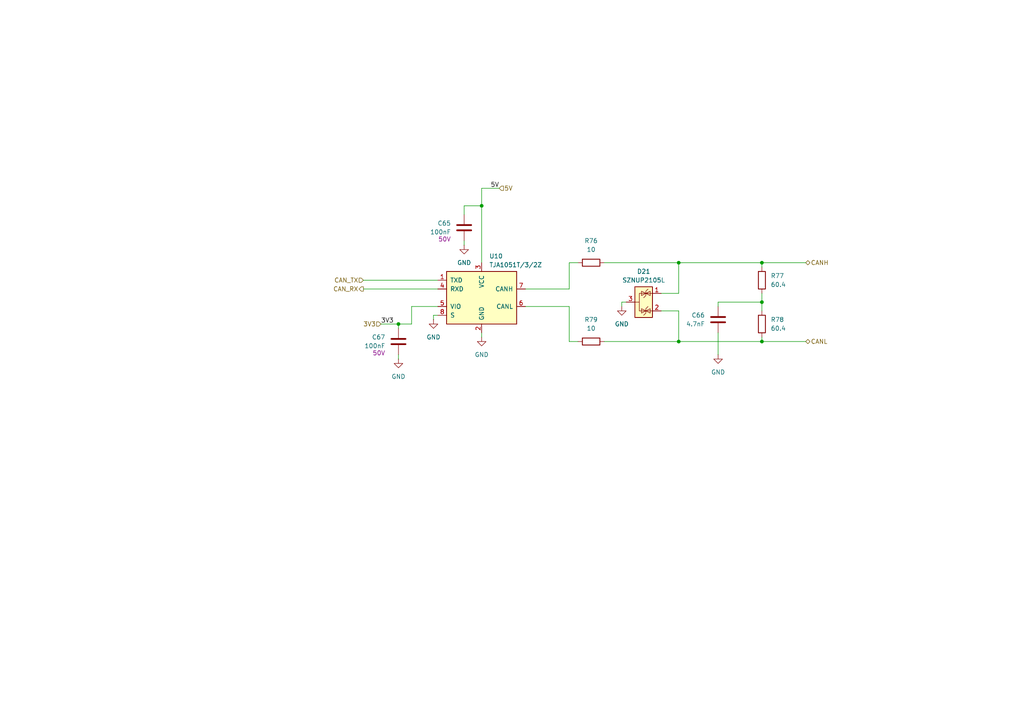
<source format=kicad_sch>
(kicad_sch (version 20231120) (generator "eeschema") (generator_version "8.0")
  (paper "A4")
  (lib_symbols
    (symbol "Device:C" (pin_numbers hide) (pin_names (offset 0.254))
      (property "Reference" "C" (at 0.635 2.54 0))
      (property "Value" "C" (at 0.635 -2.54 0))
      (symbol "C_0_1"
        (polyline (pts (xy -2.032 -0.762) (xy 2.032 -0.762)) (stroke (width 0.508)))
        (polyline (pts (xy -2.032 0.762) (xy 2.032 0.762)) (stroke (width 0.508)))
      )
      (symbol "C_1_1"
        (pin passive line (at 0 3.81 270) (length 2.794) (name "~") (number "1"))
        (pin passive line (at 0 -3.81 90) (length 2.794) (name "~") (number "2"))
      )
    )
    (symbol "Device:R" (pin_numbers hide) (pin_names (offset 0))
      (property "Reference" "R" (at 2.032 0 90))
      (property "Value" "R" (at 0 0 90))
      (symbol "R_0_1"
        (rectangle (start -1.016 -2.54) (end 1.016 2.54) (stroke (width 0.254)))
      )
      (symbol "R_1_1"
        (pin passive line (at 0 3.81 270) (length 1.27) (name "~") (number "1"))
        (pin passive line (at 0 -3.81 90) (length 1.27) (name "~") (number "2"))
      )
    )
    (symbol "Interface_CAN_LIN:TJA1051T-3" (pin_names (offset 1.016))
      (property "Reference" "U" (at -10.16 8.89 0))
      (property "Value" "TJA1051T-3" (at 1.27 8.89 0))
      (symbol "TJA1051T-3_0_1"
        (rectangle (start -10.16 7.62) (end 10.16 -7.62) (stroke (width 0.254)) (fill (type background)))
      )
      (symbol "TJA1051T-3_1_1"
        (pin input line (at -12.7 5.08 0) (length 2.54) (name "TXD") (number "1"))
        (pin power_in line (at 0 -10.16 90) (length 2.54) (name "GND") (number "2"))
        (pin power_in line (at 0 10.16 270) (length 2.54) (name "VCC") (number "3"))
        (pin output line (at -12.7 2.54 0) (length 2.54) (name "RXD") (number "4"))
        (pin power_in line (at -12.7 -2.54 0) (length 2.54) (name "VIO") (number "5"))
        (pin bidirectional line (at 12.7 -2.54 180) (length 2.54) (name "CANL") (number "6"))
        (pin bidirectional line (at 12.7 2.54 180) (length 2.54) (name "CANH") (number "7"))
        (pin input line (at -12.7 -5.08 0) (length 2.54) (name "S") (number "8"))
      )
    )
    (symbol "Power_Protection:SZNUP2105L" (pin_names hide)
      (property "Reference" "D" (at 5.715 2.54 0))
      (property "Value" "SZNUP2105L" (at 5.715 0.635 0))
      (symbol "SZNUP2105L_0_0"
        (pin passive line (at 0 -5.08 90) (length 2.54) (name "A") (number "3"))
      )
      (symbol "SZNUP2105L_0_1"
        (rectangle (start -4.445 2.54) (end 4.445 -2.54) (stroke (width 0.254)) (fill (type background)))
        (polyline (pts (xy -2.54 2.54) (xy -2.54 0.635)))
        (polyline (pts (xy 0 -1.27) (xy 0 -2.54)))
        (polyline (pts (xy 2.54 2.54) (xy 2.54 0.635)))
        (polyline (pts (xy -3.81 1.27) (xy -3.175 0.635) (xy -1.905 0.635) (xy -1.27 0)))
        (polyline (pts (xy -2.54 0.635) (xy -2.54 -1.27) (xy 2.54 -1.27) (xy 2.54 0.635)))
        (polyline (pts (xy -2.54 0.635) (xy -1.905 -0.635) (xy -3.175 -0.635) (xy -2.54 0.635)))
        (polyline (pts (xy 2.54 0.635) (xy 1.905 -0.635) (xy 3.175 -0.635) (xy 2.54 0.635)))
        (polyline (pts (xy 2.54 0.635) (xy 3.175 1.905) (xy 1.905 1.905) (xy 2.54 0.635)))
        (polyline (pts (xy -2.54 0.635) (xy -3.175 1.905) (xy -1.905 1.905) (xy -2.54 0.635) (xy -2.54 1.27)))
        (polyline (pts (xy 1.27 1.27) (xy 1.905 0.635) (xy 2.54 0.635) (xy 3.175 0.635) (xy 3.81 0)))
      )
      (symbol "SZNUP2105L_1_1"
        (pin passive line (at -2.54 5.08 270) (length 2.54) (name "K") (number "1"))
        (pin passive line (at 2.54 5.08 270) (length 2.54) (name "K") (number "2"))
      )
    )
    (symbol "power:GND" (power) (pin_numbers hide) (pin_names (offset 0) hide)
      (property "Value" "GND" (at 0 -3.81 0))
      (symbol "GND_0_1"
        (polyline (pts (xy 0 0) (xy 0 -1.27) (xy 1.27 -1.27) (xy 0 -2.54) (xy -1.27 -1.27) (xy 0 -1.27)))
      )
      (symbol "GND_1_1"
        (pin power_in line (at 0 0 270) (length 0) (name "~") (number "1"))
      )
    )
  )
  (junction (at 220.98 76.2))
  (junction (at 196.85 99.06))
  (junction (at 196.85 76.2))
  (junction (at 139.7 59.69))
  (junction (at 220.98 99.06))
  (junction (at 115.57 93.98))
  (junction (at 220.98 87.63))
  (wire (pts (xy 119.38 93.98) (xy 119.38 88.9)))
  (wire (pts (xy 139.7 59.69) (xy 139.7 76.2)))
  (wire (pts (xy 220.98 99.06) (xy 233.68 99.06)))
  (wire (pts (xy 119.38 88.9) (xy 127 88.9)))
  (wire (pts (xy 134.62 62.23) (xy 134.62 59.69)))
  (wire (pts (xy 125.73 91.44) (xy 127 91.44)))
  (wire (pts (xy 220.98 87.63) (xy 220.98 90.17)))
  (wire (pts (xy 220.98 85.09) (xy 220.98 87.63)))
  (wire (pts (xy 139.7 54.61) (xy 144.78 54.61)))
  (wire (pts (xy 165.1 88.9) (xy 165.1 99.06)))
  (wire (pts (xy 196.85 90.17) (xy 196.85 99.06)))
  (wire (pts (xy 115.57 102.87) (xy 115.57 104.14)))
  (wire (pts (xy 165.1 99.06) (xy 167.64 99.06)))
  (wire (pts (xy 175.26 76.2) (xy 196.85 76.2)))
  (wire (pts (xy 134.62 69.85) (xy 134.62 71.12)))
  (wire (pts (xy 152.4 83.82) (xy 165.1 83.82)))
  (wire (pts (xy 208.28 87.63) (xy 208.28 88.9)))
  (wire (pts (xy 105.41 81.28) (xy 127 81.28)))
  (wire (pts (xy 191.77 85.09) (xy 196.85 85.09)))
  (wire (pts (xy 196.85 99.06) (xy 220.98 99.06)))
  (wire (pts (xy 191.77 90.17) (xy 196.85 90.17)))
  (wire (pts (xy 115.57 93.98) (xy 115.57 95.25)))
  (wire (pts (xy 220.98 97.79) (xy 220.98 99.06)))
  (wire (pts (xy 125.73 91.44) (xy 125.73 92.71)))
  (wire (pts (xy 152.4 88.9) (xy 165.1 88.9)))
  (wire (pts (xy 220.98 76.2) (xy 233.68 76.2)))
  (wire (pts (xy 180.34 87.63) (xy 180.34 88.9)))
  (wire (pts (xy 180.34 87.63) (xy 181.61 87.63)))
  (wire (pts (xy 196.85 85.09) (xy 196.85 76.2)))
  (wire (pts (xy 105.41 83.82) (xy 127 83.82)))
  (wire (pts (xy 220.98 76.2) (xy 220.98 77.47)))
  (wire (pts (xy 134.62 59.69) (xy 139.7 59.69)))
  (wire (pts (xy 115.57 93.98) (xy 119.38 93.98)))
  (wire (pts (xy 175.26 99.06) (xy 196.85 99.06)))
  (wire (pts (xy 165.1 83.82) (xy 165.1 76.2)))
  (wire (pts (xy 165.1 76.2) (xy 167.64 76.2)))
  (wire (pts (xy 110.49 93.98) (xy 115.57 93.98)))
  (wire (pts (xy 208.28 96.52) (xy 208.28 102.87)))
  (wire (pts (xy 139.7 54.61) (xy 139.7 59.69)))
  (wire (pts (xy 196.85 76.2) (xy 220.98 76.2)))
  (wire (pts (xy 208.28 87.63) (xy 220.98 87.63)))
  (wire (pts (xy 139.7 96.52) (xy 139.7 97.79)))
  (label "3V3" (at 110.49 93.98 0))
  (label "5V" (at 144.78 54.61 180))
  (hierarchical_label "CAN_TX" (shape input) (at 105.41 81.28 180))
  (hierarchical_label "3V3" (shape input) (at 110.49 93.98 180))
  (hierarchical_label "CANH" (shape bidirectional) (at 233.68 76.2 0))
  (hierarchical_label "CAN_RX" (shape output) (at 105.41 83.82 180))
  (hierarchical_label "CANL" (shape bidirectional) (at 233.68 99.06 0))
  (hierarchical_label "5V" (shape input) (at 144.78 54.61 0))
  (symbol (lib_id "Device:R") (at 171.45 99.06 90) (unit 1)
    (property "Reference" "R79" (at 171.45 92.71 90))
    (property "Value" "10" (at 171.45 95.25 90))
    (property "Footprint" "Resistor_SMD:R_0402_1005Metric" (effects (hide yes)))
    (property "MPN" "AC0402FR-0710RL" (effects (hide yes)))
  )
  (symbol (lib_id "Device:R") (at 171.45 76.2 90) (unit 1)
    (property "Reference" "R76" (at 171.45 69.85 90))
    (property "Value" "10" (at 171.45 72.39 90))
    (property "Footprint" "Resistor_SMD:R_0402_1005Metric" (effects (hide yes)))
    (property "MPN" "AC0402FR-0710RL" (effects (hide yes)))
  )
  (symbol (lib_id "power:GND") (at 134.62 71.12 0) (unit 1)
    (property "Reference" "#PWR0108" (effects (hide yes)))
    (property "Value" "GND" (at 134.62 76.2 0))
    (property "Description" "Power symbol creates a global label with name \"GND\" , ground" (effects (hide yes)))
  )
  (symbol (lib_id "power:GND") (at 125.73 92.71 0) (unit 1)
    (property "Reference" "#PWR0110" (effects (hide yes)))
    (property "Value" "GND" (at 125.73 97.79 0))
    (property "Description" "Power symbol creates a global label with name \"GND\" , ground" (effects (hide yes)))
  )
  (symbol (lib_id "Device:C") (at 208.28 92.71 0) (mirror y) (unit 1)
    (property "Reference" "C66" (at 204.47 91.44 0) (effects (justify left)))
    (property "Value" "4.7nF" (at 204.47 93.98 0) (effects (justify left)))
    (property "Footprint" "Capacitor_SMD:C_0402_1005Metric" (effects (hide yes)))
    (property "MPN" "GCM155R71H472KA37J" (effects (hide yes)))
  )
  (symbol (lib_id "power:GND") (at 208.28 102.87 0) (unit 1)
    (property "Reference" "#PWR0112" (effects (hide yes)))
    (property "Value" "GND" (at 208.28 107.95 0))
    (property "Description" "Power symbol creates a global label with name \"GND\" , ground" (effects (hide yes)))
  )
  (symbol (lib_id "Device:R") (at 220.98 81.28 0) (unit 1)
    (property "Reference" "R77" (at 223.52 80.01 0) (effects (justify left)))
    (property "Value" "60.4" (at 223.52 82.55 0) (effects (justify left)))
    (property "Footprint" "Resistor_SMD:R_0805_2012Metric" (effects (hide yes)))
    (property "MPN" "AC0805FR-0760R4L" (effects (hide yes)))
  )
  (symbol (lib_id "Device:C") (at 134.62 66.04 0) (mirror y) (unit 1)
    (property "Reference" "C65" (at 130.81 64.77 0) (effects (justify left)))
    (property "Value" "100nF" (at 130.81 67.31 0) (effects (justify left)))
    (property "Footprint" "Capacitor_SMD:C_0402_1005Metric" (effects (hide yes)))
    (property "Napięcie" "50V" (at 128.943 69.3685 0))
    (property "MPN" "CL05B104KB54PNC" (effects (hide yes)))
  )
  (symbol (lib_id "power:GND") (at 139.7 97.79 0) (unit 1)
    (property "Reference" "#PWR0111" (effects (hide yes)))
    (property "Value" "GND" (at 139.7 102.87 0))
    (property "Description" "Power symbol creates a global label with name \"GND\" , ground" (effects (hide yes)))
  )
  (symbol (lib_id "Device:C") (at 115.57 99.06 0) (mirror y) (unit 1)
    (property "Reference" "C67" (at 111.76 97.79 0) (effects (justify left)))
    (property "Value" "100nF" (at 111.76 100.33 0) (effects (justify left)))
    (property "Footprint" "Capacitor_SMD:C_0402_1005Metric" (effects (hide yes)))
    (property "Napięcie" "50V" (at 109.893 102.3885 0))
    (property "MPN" "CL05B104KB54PNC" (effects (hide yes)))
  )
  (symbol (lib_id "Power_Protection:SZNUP2105L") (at 186.69 87.63 270) (unit 1)
    (property "Reference" "D21" (at 186.69 78.74 90))
    (property "Value" "SZNUP2105L" (at 186.69 81.28 90))
    (property "Footprint" "Package_TO_SOT_SMD:SOT-23" (effects (hide yes)))
    (property "Datasheet" "https://www.onsemi.com/pub_link/Collateral/NUP2105L-D.PDF" (effects (hide yes)))
    (property "Description" "Dual Line CAN Bus Protector, 24Vrwm, Automotive Grade" (effects (hide yes)))
    (property "MPN" "SZNUP2105LT1G" (effects (hide yes)))
  )
  (symbol (lib_id "power:GND") (at 115.57 104.14 0) (unit 1)
    (property "Reference" "#PWR0113" (effects (hide yes)))
    (property "Value" "GND" (at 115.57 109.22 0))
    (property "Description" "Power symbol creates a global label with name \"GND\" , ground" (effects (hide yes)))
  )
  (symbol (lib_id "Device:R") (at 220.98 93.98 0) (unit 1)
    (property "Reference" "R78" (at 223.52 92.71 0) (effects (justify left)))
    (property "Value" "60.4" (at 223.52 95.25 0) (effects (justify left)))
    (property "Footprint" "Resistor_SMD:R_0805_2012Metric" (effects (hide yes)))
    (property "MPN" "AC0805FR-0760R4L" (effects (hide yes)))
  )
  (symbol (lib_id "power:GND") (at 180.34 88.9 0) (unit 1)
    (property "Reference" "#PWR0109" (effects (hide yes)))
    (property "Value" "GND" (at 180.34 93.98 0))
    (property "Description" "Power symbol creates a global label with name \"GND\" , ground" (effects (hide yes)))
  )
  (symbol (lib_id "Interface_CAN_LIN:TJA1051T-3") (at 139.7 86.36 0) (unit 1)
    (property "Reference" "U10" (at 141.8941 74.295 0) (effects (justify left)))
    (property "Value" "TJA1051T/3/2Z" (at 141.8941 76.835 0) (effects (justify left)))
    (property "Footprint" "Package_SO:SOIC-8_3.9x4.9mm_P1.27mm" (effects (hide yes)))
    (property "Datasheet" "http://www.nxp.com/docs/en/data-sheet/TJA1051.pdf" (effects (hide yes)))
    (property "MPN" "TJA1051T/3/2Z" (effects (hide yes)))
  )
)
</source>
